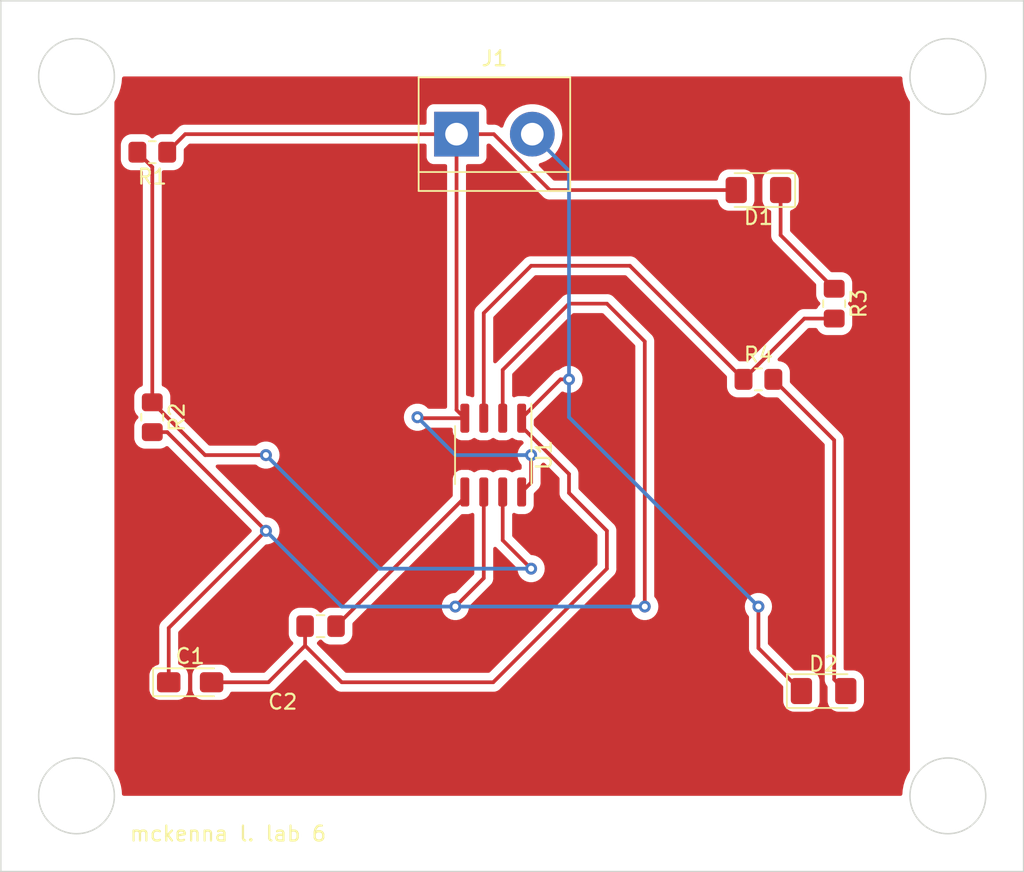
<source format=kicad_pcb>
(kicad_pcb (version 20211014) (generator pcbnew)
  (layers (0 "F.Cu" signal) (31 "B.Cu" signal) (34 "B.Paste" user) (35 "F.Paste" user) (36 "B.SilkS" user "B.Silkscreen") (37 "F.SilkS" user "F.Silkscreen") (38 "B.Mask" user) (39 "F.Mask" user) (44 "Edge.Cuts" user))
  (net 0 "")
  (net 1 "/pin_2")
  (net 2 "GND")
  (net 3 "Net-(C2-Pad1)")
  (net 4 "Net-(D1-Pad1)")
  (net 5 "+9V")
  (net 6 "Net-(D2-Pad2)")
  (net 7 "/pin_7")
  (net 8 "/pin_3")
  (footprint "TerminalBlock:TerminalBlock_bornier-2_P5.08mm" (layer "F.Cu") (at 129.62 67.37)
    (fp_text reference "J1" (at 2.54 -5.08) (layer "F.SilkS"))
    (fp_text value " ")
    (fp_line (start -2.54 -3.81) (end -2.54 3.81) (layer "F.SilkS") (width 0.12))
    (fp_line (start 7.62 -3.81) (end -2.54 -3.81) (layer "F.SilkS") (width 0.12))
    (fp_line (start 7.62 2.54) (end -2.54 2.54) (layer "F.SilkS") (width 0.12))
    (fp_line (start 7.62 3.81) (end 7.62 -3.81) (layer "F.SilkS") (width 0.12))
    (fp_line (start -2.54 3.81) (end 7.62 3.81) (layer "F.SilkS") (width 0.12))
    (pad "1" thru_hole rect (at 0 0) (size 3 3) (drill 1.52) (layers *.Cu *.Mask) (net 5 "+9V"))
    (pad "2" thru_hole circle (at 5.08 0) (size 3 3) (drill 1.52) (layers *.Cu *.Mask) (net 2 "GND"))
  )
  (footprint "Resistor_SMD:R_0805_2012Metric_Pad1.20x1.40mm_HandSolder" (layer "F.Cu") (at 149.86 83.82)
    (fp_text reference "R4" (at 0 -1.65) (layer "F.SilkS"))
    (fp_text value "1k")
    (fp_line (start -0.227064 0.735) (end 0.227064 0.735) (layer "F.SilkS") (width 0.12))
    (fp_line (start -0.227064 -0.735) (end 0.227064 -0.735) (layer "F.SilkS") (width 0.12))
    (pad "1" smd roundrect (at -1 0) (size 1.2 1.4) (layers "F.Cu" "F.Paste" "F.Mask") (roundrect_rratio 0.2083333333) (net 8 "/pin_3"))
    (pad "2" smd roundrect (at 1 0) (size 1.2 1.4) (layers "F.Cu" "F.Paste" "F.Mask") (roundrect_rratio 0.2083333333) (net 6 "Net-(D2-Pad2)"))
  )
  (footprint "Resistor_SMD:R_0805_2012Metric_Pad1.20x1.40mm_HandSolder" (layer "F.Cu") (at 154.94 78.74 -90)
    (fp_text reference "R3" (at 0 -1.65 90) (layer "F.SilkS"))
    (fp_text value "1k")
    (fp_line (start -0.227064 0.735) (end 0.227064 0.735) (layer "F.SilkS") (width 0.12))
    (fp_line (start -0.227064 -0.735) (end 0.227064 -0.735) (layer "F.SilkS") (width 0.12))
    (pad "1" smd roundrect (at -1 0 270) (size 1.2 1.4) (layers "F.Cu" "F.Paste" "F.Mask") (roundrect_rratio 0.2083333333) (net 4 "Net-(D1-Pad1)"))
    (pad "2" smd roundrect (at 1 0 270) (size 1.2 1.4) (layers "F.Cu" "F.Paste" "F.Mask") (roundrect_rratio 0.2083333333) (net 8 "/pin_3"))
  )
  (footprint "Capacitor_SMD:C_0805_2012Metric_Pad1.18x1.45mm_HandSolder" (layer "F.Cu") (at 120.503756 100.375 180)
    (fp_text reference "C2" (at 2.54 -5.08) (layer "F.SilkS"))
    (fp_text value "0.01 μF")
    (fp_line (start -0.261252 0.735) (end 0.261252 0.735) (layer "F.SilkS") (width 0.12))
    (fp_line (start -0.261252 -0.735) (end 0.261252 -0.735) (layer "F.SilkS") (width 0.12))
    (pad "1" smd roundrect (at -1.0375 0 180) (size 1.175 1.45) (layers "F.Cu" "F.Paste" "F.Mask") (roundrect_rratio 0.2127659574) (net 3 "Net-(C2-Pad1)"))
    (pad "2" smd roundrect (at 1.0375 0 180) (size 1.175 1.45) (layers "F.Cu" "F.Paste" "F.Mask") (roundrect_rratio 0.2127659574) (net 2 "GND"))
  )
  (footprint "Resistor_SMD:R_0805_2012Metric_Pad1.20x1.40mm_HandSolder" (layer "F.Cu") (at 109.22 68.58 180)
    (fp_text reference "R1" (at 0 -1.65) (layer "F.SilkS"))
    (fp_text value "1k")
    (fp_line (start -0.227064 0.735) (end 0.227064 0.735) (layer "F.SilkS") (width 0.12))
    (fp_line (start -0.227064 -0.735) (end 0.227064 -0.735) (layer "F.SilkS") (width 0.12))
    (pad "1" smd roundrect (at -1 0 180) (size 1.2 1.4) (layers "F.Cu" "F.Paste" "F.Mask") (roundrect_rratio 0.2083333333) (net 5 "+9V"))
    (pad "2" smd roundrect (at 1 0 180) (size 1.2 1.4) (layers "F.Cu" "F.Paste" "F.Mask") (roundrect_rratio 0.2083333333) (net 7 "/pin_7"))
  )
  (footprint "Resistor_SMD:R_0805_2012Metric_Pad1.20x1.40mm_HandSolder" (layer "F.Cu") (at 109.22 86.36 -90)
    (fp_text reference "R2" (at 0 -1.65 90) (layer "F.SilkS"))
    (fp_text value "10k")
    (fp_line (start -0.227064 -0.735) (end 0.227064 -0.735) (layer "F.SilkS") (width 0.12))
    (fp_line (start -0.227064 0.735) (end 0.227064 0.735) (layer "F.SilkS") (width 0.12))
    (pad "1" smd roundrect (at -1 0 270) (size 1.2 1.4) (layers "F.Cu" "F.Paste" "F.Mask") (roundrect_rratio 0.2083333333) (net 7 "/pin_7"))
    (pad "2" smd roundrect (at 1 0 270) (size 1.2 1.4) (layers "F.Cu" "F.Paste" "F.Mask") (roundrect_rratio 0.2083333333) (net 1 "/pin_2"))
  )
  (footprint "Package_SO:SOIC-8_3.9x4.9mm_P1.27mm" (layer "F.Cu") (at 132.08 88.9 -90)
    (fp_text reference "U1" (at 0 -3.4 90) (layer "F.SilkS"))
    (fp_text value " ")
    (fp_line (start 0 2.56) (end -1.95 2.56) (layer "F.SilkS") (width 0.12))
    (fp_line (start 0 -2.56) (end 1.95 -2.56) (layer "F.SilkS") (width 0.12))
    (fp_line (start 0 2.56) (end 1.95 2.56) (layer "F.SilkS") (width 0.12))
    (fp_line (start 0 -2.56) (end -3.45 -2.56) (layer "F.SilkS") (width 0.12))
    (pad "1" smd roundrect (at -2.475 -1.905 270) (size 1.95 0.6) (layers "F.Cu" "F.Paste" "F.Mask") (net 2 "GND"))
    (pad "2" smd roundrect (at -2.475 -0.635 270) (size 1.95 0.6) (layers "F.Cu" "F.Paste" "F.Mask") (net 1 "/pin_2"))
    (pad "3" smd roundrect (at -2.475 0.635 270) (size 1.95 0.6) (layers "F.Cu" "F.Paste" "F.Mask") (net 8 "/pin_3"))
    (pad "4" smd roundrect (at -2.475 1.905 270) (size 1.95 0.6) (layers "F.Cu" "F.Paste" "F.Mask") (net 5 "+9V"))
    (pad "5" smd roundrect (at 2.475 1.905 270) (size 1.95 0.6) (layers "F.Cu" "F.Paste" "F.Mask") (net 3 "Net-(C2-Pad1)"))
    (pad "6" smd roundrect (at 2.475 0.635 270) (size 1.95 0.6) (layers "F.Cu" "F.Paste" "F.Mask") (net 1 "/pin_2"))
    (pad "7" smd roundrect (at 2.475 -0.635 270) (size 1.95 0.6) (layers "F.Cu" "F.Paste" "F.Mask") (net 7 "/pin_7"))
    (pad "8" smd roundrect (at 2.475 -1.905 270) (size 1.95 0.6) (layers "F.Cu" "F.Paste" "F.Mask") (net 5 "+9V"))
  )
  (footprint "Capacitor_Tantalum_SMD:CP_EIA-3216-18_Kemet-A_Pad1.58x1.35mm_HandSolder" (layer "F.Cu") (at 111.76 104.14)
    (fp_text reference "C1" (at 0 -1.75) (layer "F.SilkS"))
    (fp_text value "10 μF")
    (fp_line (start 1.6 -0.935) (end -2.485 -0.935) (layer "F.SilkS") (width 0.12))
    (fp_line (start -2.485 0.935) (end 1.6 0.935) (layer "F.SilkS") (width 0.12))
    (fp_line (start -2.485 -0.935) (end -2.485 0.935) (layer "F.SilkS") (width 0.12))
    (pad "1" smd roundrect (at -1.4375 0) (size 1.575 1.35) (layers "F.Cu" "F.Paste" "F.Mask") (roundrect_rratio 0.1851851852) (net 1 "/pin_2"))
    (pad "2" smd roundrect (at 1.4375 0) (size 1.575 1.35) (layers "F.Cu" "F.Paste" "F.Mask") (roundrect_rratio 0.1851851852) (net 2 "GND"))
  )
  (footprint "LED_SMD:LED_1206_3216Metric_Pad1.42x1.75mm_HandSolder" (layer "F.Cu") (at 154.23 104.73)
    (fp_text reference "D2" (at 0 -1.82) (layer "F.SilkS"))
    (fp_text value "LED")
    (fp_line (start -2.46 1.135) (end 1.6 1.135) (layer "F.SilkS") (width 0.12))
    (fp_line (start 1.6 -1.135) (end -2.46 -1.135) (layer "F.SilkS") (width 0.12))
    (fp_line (start -2.46 -1.135) (end -2.46 1.135) (layer "F.SilkS") (width 0.12))
    (pad "1" smd roundrect (at -1.4875 0) (size 1.425 1.75) (layers "F.Cu" "F.Paste" "F.Mask") (roundrect_rratio 0.1754392982) (net 2 "GND"))
    (pad "2" smd roundrect (at 1.4875 0) (size 1.425 1.75) (layers "F.Cu" "F.Paste" "F.Mask") (roundrect_rratio 0.1754392982) (net 6 "Net-(D2-Pad2)"))
  )
  (footprint "LED_SMD:LED_1206_3216Metric_Pad1.42x1.75mm_HandSolder" (layer "F.Cu") (at 149.86 71.12 180)
    (fp_text reference "D1" (at 0 -1.82) (layer "F.SilkS"))
    (fp_text value "LED")
    (fp_line (start -2.46 -1.135) (end -2.46 1.135) (layer "F.SilkS") (width 0.12))
    (fp_line (start -2.46 1.135) (end 1.6 1.135) (layer "F.SilkS") (width 0.12))
    (fp_line (start 1.6 -1.135) (end -2.46 -1.135) (layer "F.SilkS") (width 0.12))
    (pad "1" smd roundrect (at -1.4875 0 180) (size 1.425 1.75) (layers "F.Cu" "F.Paste" "F.Mask") (roundrect_rratio 0.1754392982) (net 4 "Net-(D1-Pad1)"))
    (pad "2" smd roundrect (at 1.4875 0 180) (size 1.425 1.75) (layers "F.Cu" "F.Paste" "F.Mask") (roundrect_rratio 0.1754392982) (net 5 "+9V"))
  )
  (gr_circle (center 162.56 111.76) (end 165.1 111.76) (layer "Edge.Cuts") (width 0.1) (fill none))
  (gr_circle (center 104.14 63.5) (end 101.6 63.5) (layer "Edge.Cuts") (width 0.1) (fill none))
  (gr_rect (start 99.06 58.42) (end 167.64 116.84) (layer "Edge.Cuts") (width 0.1) (fill none))
  (gr_circle (center 162.56 63.5) (end 162.56 60.96) (layer "Edge.Cuts") (width 0.1) (fill none))
  (gr_circle (center 104.14 111.76) (end 101.6 111.76) (layer "Edge.Cuts") (width 0.1) (fill none))
  (gr_text "mckenna l. lab 6" (at 114.3 114.3) (layer "F.SilkS") (effects (font (size 1 1))))
  (segment (start 110.22 87.36) (end 116.84 93.98) (width 0.25) (layer "F.Cu") (net 1))
  (segment (start 139.7 78.74) (end 142.24 81.28) (width 0.25) (layer "F.Cu") (net 1))
  (segment (start 116.84 93.98) (end 110.3225 100.4975) (width 0.25) (layer "F.Cu") (net 1))
  (segment (start 109.22 87.36) (end 110.22 87.36) (width 0.25) (layer "F.Cu") (net 1))
  (segment (start 110.3225 100.4975) (end 110.3225 104.14) (width 0.25) (layer "F.Cu") (net 1))
  (segment (start 142.24 81.28) (end 142.24 99.06) (width 0.25) (layer "F.Cu") (net 1))
  (segment (start 132.715 86.425) (end 132.715 83.185) (width 0.25) (layer "F.Cu") (net 1))
  (segment (start 132.715 83.185) (end 137.16 78.74) (width 0.25) (layer "F.Cu") (net 1))
  (segment (start 131.445 97.155) (end 129.54 99.06) (width 0.25) (layer "F.Cu") (net 1))
  (segment (start 137.16 78.74) (end 139.7 78.74) (width 0.25) (layer "F.Cu") (net 1))
  (segment (start 131.445 91.375) (end 131.445 97.155) (width 0.25) (layer "F.Cu") (net 1))
  (via (at 116.84 93.98) (size 0.8) (drill 0.4) (layers "F.Cu" "B.Cu") (net 1))
  (via (at 142.24 99.06) (size 0.8) (drill 0.4) (layers "F.Cu" "B.Cu") (net 1))
  (via (at 129.54 99.06) (size 0.8) (drill 0.4) (layers "F.Cu" "B.Cu") (net 1))
  (segment (start 142.24 99.06) (end 129.54 99.06) (width 0.25) (layer "B.Cu") (net 1))
  (segment (start 116.84 93.98) (end 121.92 99.06) (width 0.25) (layer "B.Cu") (net 1))
  (segment (start 121.92 99.06) (end 129.54 99.06) (width 0.25) (layer "B.Cu") (net 1))
  (segment (start 139.7 93.98) (end 137.16 91.44) (width 0.25) (layer "F.Cu") (net 2))
  (segment (start 133.985 86.425) (end 136.59 83.82) (width 0.25) (layer "F.Cu") (net 2))
  (segment (start 133.985 86.995) (end 137.16 90.17) (width 0.25) (layer "F.Cu") (net 2))
  (segment (start 119.466256 101.686256) (end 121.92 104.14) (width 0.25) (layer "F.Cu") (net 2))
  (segment (start 149.86 101.8475) (end 149.86 99.06) (width 0.25) (layer "F.Cu") (net 2))
  (segment (start 117.012512 104.14) (end 119.466256 101.686256) (width 0.25) (layer "F.Cu") (net 2))
  (segment (start 113.1975 104.14) (end 117.012512 104.14) (width 0.25) (layer "F.Cu") (net 2))
  (segment (start 136.59 83.82) (end 137.16 83.82) (width 0.25) (layer "F.Cu") (net 2))
  (segment (start 139.7 96.52) (end 139.7 93.98) (width 0.25) (layer "F.Cu") (net 2))
  (segment (start 119.466256 100.375) (end 119.466256 101.686256) (width 0.25) (layer "F.Cu") (net 2))
  (segment (start 132.08 104.14) (end 139.7 96.52) (width 0.25) (layer "F.Cu") (net 2))
  (segment (start 133.985 86.425) (end 133.985 86.995) (width 0.25) (layer "F.Cu") (net 2))
  (segment (start 137.16 90.17) (end 137.16 91.44) (width 0.25) (layer "F.Cu") (net 2))
  (segment (start 152.7425 104.73) (end 149.86 101.8475) (width 0.25) (layer "F.Cu") (net 2))
  (segment (start 121.92 104.14) (end 132.08 104.14) (width 0.25) (layer "F.Cu") (net 2))
  (via (at 149.86 99.06) (size 0.8) (drill 0.4) (layers "F.Cu" "B.Cu") (net 2))
  (via (at 137.16 83.82) (size 0.8) (drill 0.4) (layers "F.Cu" "B.Cu") (net 2))
  (segment (start 137.16 69.83) (end 134.7 67.37) (width 0.25) (layer "B.Cu") (net 2))
  (segment (start 137.16 83.82) (end 137.16 69.83) (width 0.25) (layer "B.Cu") (net 2))
  (segment (start 149.86 99.06) (end 137.16 86.36) (width 0.25) (layer "B.Cu") (net 2))
  (segment (start 137.16 86.36) (end 137.16 83.82) (width 0.25) (layer "B.Cu") (net 2))
  (segment (start 130.175 91.741256) (end 130.175 91.375) (width 0.25) (layer "F.Cu") (net 3))
  (segment (start 121.541256 100.375) (end 130.175 91.741256) (width 0.25) (layer "F.Cu") (net 3))
  (segment (start 151.3475 71.12) (end 151.3475 74.1475) (width 0.25) (layer "F.Cu") (net 4))
  (segment (start 151.3475 74.1475) (end 154.94 77.74) (width 0.25) (layer "F.Cu") (net 4))
  (segment (start 129.62 67.37) (end 129.62 85.87) (width 0.25) (layer "F.Cu") (net 5))
  (segment (start 135.86906 71.12) (end 132.11906 67.37) (width 0.25) (layer "F.Cu") (net 5))
  (segment (start 132.11906 67.37) (end 129.62 67.37) (width 0.25) (layer "F.Cu") (net 5))
  (segment (start 130.175 86.425) (end 127.065 86.425) (width 0.25) (layer "F.Cu") (net 5))
  (segment (start 134.62 90.74) (end 134.62 88.9) (width 0.25) (layer "F.Cu") (net 5))
  (segment (start 110.22 68.58) (end 111.43 67.37) (width 0.25) (layer "F.Cu") (net 5))
  (segment (start 148.3725 71.12) (end 135.86906 71.12) (width 0.25) (layer "F.Cu") (net 5))
  (segment (start 133.985 91.375) (end 134.62 90.74) (width 0.25) (layer "F.Cu") (net 5))
  (segment (start 111.43 67.37) (end 129.62 67.37) (width 0.25) (layer "F.Cu") (net 5))
  (segment (start 127.065 86.425) (end 127 86.36) (width 0.25) (layer "F.Cu") (net 5))
  (segment (start 129.62 85.87) (end 130.175 86.425) (width 0.25) (layer "F.Cu") (net 5))
  (via (at 127 86.36) (size 0.8) (drill 0.4) (layers "F.Cu" "B.Cu") (net 5))
  (via (at 134.62 88.9) (size 0.8) (drill 0.4) (layers "F.Cu" "B.Cu") (net 5))
  (segment (start 129.54 88.9) (end 127 86.36) (width 0.25) (layer "B.Cu") (net 5))
  (segment (start 134.62 88.9) (end 129.54 88.9) (width 0.25) (layer "B.Cu") (net 5))
  (segment (start 154.94 87.9) (end 150.86 83.82) (width 0.25) (layer "F.Cu") (net 6))
  (segment (start 155.7175 104.73) (end 154.94 103.9525) (width 0.25) (layer "F.Cu") (net 6))
  (segment (start 154.94 103.9525) (end 154.94 87.9) (width 0.25) (layer "F.Cu") (net 6))
  (segment (start 112.76 88.9) (end 116.84 88.9) (width 0.25) (layer "F.Cu") (net 7))
  (segment (start 132.715 91.375) (end 132.715 94.615) (width 0.25) (layer "F.Cu") (net 7))
  (segment (start 109.22 69.58) (end 109.22 85.36) (width 0.25) (layer "F.Cu") (net 7))
  (segment (start 108.22 68.58) (end 109.22 69.58) (width 0.25) (layer "F.Cu") (net 7))
  (segment (start 132.715 94.615) (end 134.62 96.52) (width 0.25) (layer "F.Cu") (net 7))
  (segment (start 109.22 85.36) (end 112.76 88.9) (width 0.25) (layer "F.Cu") (net 7))
  (via (at 116.84 88.9) (size 0.8) (drill 0.4) (layers "F.Cu" "B.Cu") (net 7))
  (via (at 134.62 96.52) (size 0.8) (drill 0.4) (layers "F.Cu" "B.Cu") (net 7))
  (segment (start 134.62 96.52) (end 124.46 96.52) (width 0.25) (layer "B.Cu") (net 7))
  (segment (start 124.46 96.52) (end 116.84 88.9) (width 0.25) (layer "B.Cu") (net 7))
  (segment (start 154.94 79.74) (end 152.94 79.74) (width 0.25) (layer "F.Cu") (net 8))
  (segment (start 152.94 79.74) (end 148.86 83.82) (width 0.25) (layer "F.Cu") (net 8))
  (segment (start 141.24 76.2) (end 148.86 83.82) (width 0.25) (layer "F.Cu") (net 8))
  (segment (start 131.445 79.375) (end 134.62 76.2) (width 0.25) (layer "F.Cu") (net 8))
  (segment (start 131.445 86.425) (end 131.445 79.375) (width 0.25) (layer "F.Cu") (net 8))
  (segment (start 134.62 76.2) (end 141.24 76.2) (width 0.25) (layer "F.Cu") (net 8))
  (zone (net 0) (net_name "") (layer "F.Cu") (connect_pads (clearance 0.508)) (min_thickness 0.254) (fill yes (thermal_gap 0.508) (thermal_bridge_width 0.508))
    (polygon (pts (xy 160.02 111.76) (xy 106.68 111.76) (xy 106.68 63.5) (xy 160.02 63.5)))
  )
)
</source>
